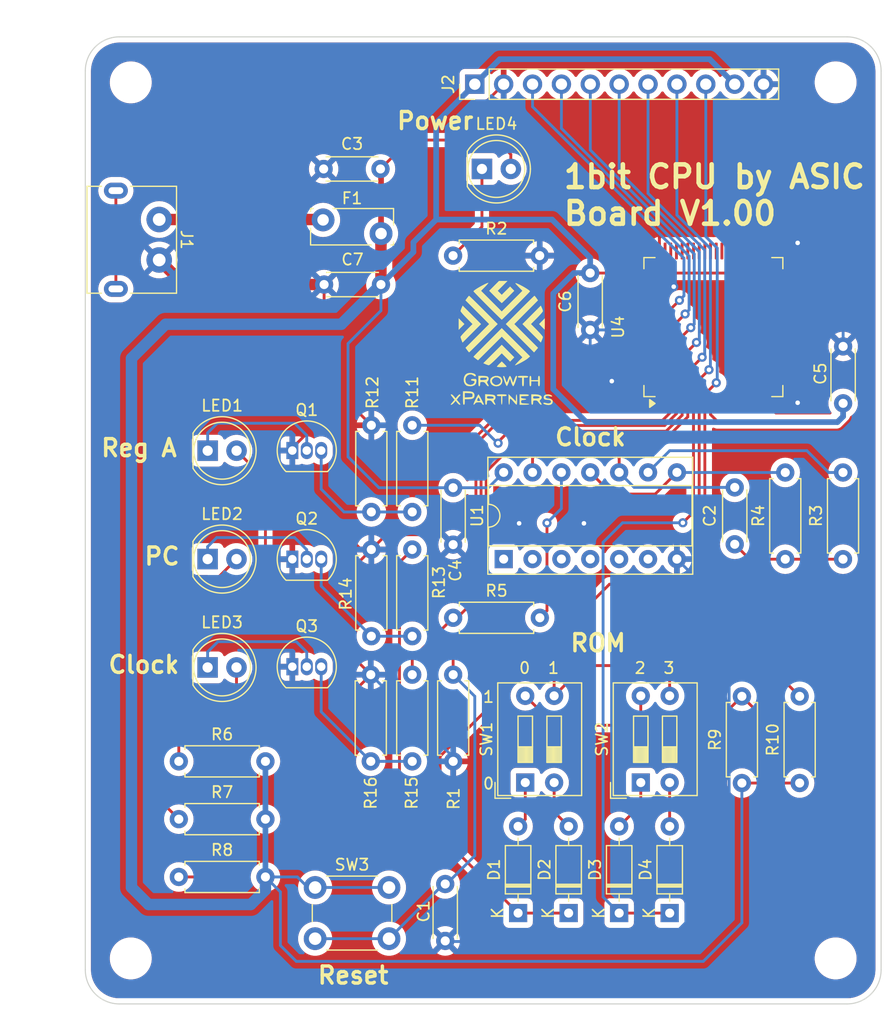
<source format=kicad_pcb>
(kicad_pcb (version 20240108) (generator "pcbnew") (generator_version "8.0")
  (layers (0 "F.Cu" signal) (31 "B.Cu" signal) (34 "B.Paste" user) (35 "F.Paste" user) (36 "B.SilkS" user "B.Silkscreen") (37 "F.SilkS" user "F.Silkscreen") (38 "B.Mask" user) (39 "F.Mask" user) (44 "Edge.Cuts" user))
  (net 0 "")
  (net 1 "Net-(J2-Pin_4)")
  (net 2 "GND")
  (net 3 "Net-(C2-Pad1)")
  (net 4 "Net-(C2-Pad2)")
  (net 5 "+5V")
  (net 6 "Net-(D1-K)")
  (net 7 "Net-(D1-A)")
  (net 8 "Net-(D2-A)")
  (net 9 "Net-(D3-K)")
  (net 10 "Net-(D3-A)")
  (net 11 "Net-(D4-A)")
  (net 12 "Net-(LED1-A)")
  (net 13 "Net-(LED2-A)")
  (net 14 "Net-(LED3-A)")
  (net 15 "Net-(LED4-K)")
  (net 16 "Net-(R3-Pad2)")
  (net 17 "Net-(R4-Pad2)")
  (net 18 "Net-(R5-Pad2)")
  (net 19 "Net-(LED1-K)")
  (net 20 "Net-(LED2-K)")
  (net 21 "Net-(LED3-K)")
  (net 22 "Net-(Q1-B)")
  (net 23 "Net-(F1-Pad1)")
  (net 24 "unconnected-(J1-SHIELD-PadS1)")
  (net 25 "Net-(Q2-B)")
  (net 26 "Net-(Q3-B)")
  (net 27 "Net-(J2-Pin_3)")
  (net 28 "Net-(J2-Pin_9)")
  (net 29 "Net-(J2-Pin_8)")
  (net 30 "Net-(J2-Pin_5)")
  (footprint "Package_DIP:DIP-14_W7.62mm_Socket" (layer "F.Cu") (at 142.24 104.14 90)
    (property "Reference" "U1")
    (property "Value" "74HC04")
  )
  (footprint "LOGO" (layer "F.Cu") (at 141.8 85)
    (property "Reference" "G***" (hide yes))
    (property "Value" "LOGO" (hide yes))
  )
  (footprint "LED_THT:LED_D5.0mm" (layer "F.Cu") (at 116.2 113.665)
    (property "Reference" "LED3")
    (property "Value" "LED" (hide yes))
  )
  (footprint "Package_TO_SOT_THT:TO-92_Inline" (layer "F.Cu") (at 123.65 113.6)
    (property "Reference" "Q3")
    (property "Value" "2SC1815")
  )
  (footprint "Resistor_THT:R_Axial_DIN0207_L6.3mm_D2.5mm_P7.62mm_Horizontal" (layer "F.Cu") (at 167.01 104.15 90)
    (property "Reference" "R4")
    (property "Value" "47k")
  )
  (footprint "Capacitor_THT:C_Disc_D4.3mm_W1.9mm_P5.00mm" (layer "F.Cu") (at 126.445 80.01)
    (property "Reference" "C7")
    (property "Value" "0.1u")
  )
  (footprint "Resistor_THT:R_Axial_DIN0207_L6.3mm_D2.5mm_P7.62mm_Horizontal" (layer "F.Cu") (at 134.2 114.3 -90)
    (property "Reference" "R15")
    (property "Value" "20k")
  )
  (footprint "Package_TO_SOT_THT:TO-92_Inline" (layer "F.Cu") (at 123.65 94.6)
    (property "Reference" "Q1")
    (property "Value" "2SC1815")
  )
  (footprint "MountingHole:MountingHole_3.2mm_M3" (layer "F.Cu") (at 171.44 62.24)
    (property "Reference" "H2" (hide yes))
    (property "Value" "MountingHole")
  )
  (footprint "Package_QFP:LQFP-80_12x12mm_P0.5mm" (layer "F.Cu") (at 160.6875 83.75 90)
    (property "Reference" "U4")
    (property "Value" "PTC06-1")
  )
  (footprint "Diode_THT:D_DO-35_SOD27_P7.62mm_Horizontal" (layer "F.Cu") (at 152.4 135.255 90)
    (property "Reference" "D3")
    (property "Value" "1N4148")
  )
  (footprint "LED_THT:LED_D5.0mm" (layer "F.Cu") (at 140.33 69.85)
    (property "Reference" "LED4")
    (property "Value" "LED" (hide yes))
  )
  (footprint "Capacitor_THT:C_Disc_D4.3mm_W1.9mm_P5.00mm" (layer "F.Cu") (at 172.1 85.45 -90)
    (property "Reference" "C5")
    (property "Value" "0.1u")
  )
  (footprint "Resistor_THT:R_Axial_DIN0207_L6.3mm_D2.5mm_P7.62mm_Horizontal" (layer "F.Cu") (at 172.09 104.15 90)
    (property "Reference" "R3")
    (property "Value" "100k")
  )
  (footprint "Diode_THT:D_DO-35_SOD27_P7.62mm_Horizontal" (layer "F.Cu") (at 156.845 135.255 90)
    (property "Reference" "D4")
    (property "Value" "1N4148")
  )
  (footprint "LED_THT:LED_D5.0mm" (layer "F.Cu") (at 116.205 94.615)
    (property "Reference" "LED1")
    (property "Value" "LED" (hide yes))
  )
  (footprint "Resistor_THT:R_Axial_DIN0207_L6.3mm_D2.5mm_P7.62mm_Horizontal" (layer "F.Cu") (at 163.195 123.825 90)
    (property "Reference" "R9")
    (property "Value" "10k")
  )
  (footprint "Resistor_THT:R_Axial_DIN0207_L6.3mm_D2.5mm_P7.62mm_Horizontal" (layer "F.Cu") (at 113.665 132.08)
    (property "Reference" "R8")
    (property "Value" "1k")
  )
  (footprint "Button_Switch_THT:SW_DIP_SPSTx02_Slide_9.78x7.26mm_W7.62mm_P2.54mm" (layer "F.Cu") (at 144.14 123.7825 90)
    (property "Reference" "SW1")
    (property "Value" "SW" (hide yes))
  )
  (footprint "MountingHole:MountingHole_3.2mm_M3" (layer "F.Cu") (at 109.44 62.24)
    (property "Reference" "H1" (hide yes))
    (property "Value" "MountingHole")
  )
  (footprint "Button_Switch_THT:SW_DIP_SPSTx02_Slide_9.78x7.26mm_W7.62mm_P2.54mm" (layer "F.Cu") (at 154.3 123.7825 90)
    (property "Reference" "SW2")
    (property "Value" "SW" (hide yes))
  )
  (footprint "Diode_THT:D_DO-35_SOD27_P7.62mm_Horizontal" (layer "F.Cu") (at 147.955 135.255 90)
    (property "Reference" "D2")
    (property "Value" "1N4148")
  )
  (footprint "Resistor_THT:R_Axial_DIN0207_L6.3mm_D2.5mm_P7.62mm_Horizontal" (layer "F.Cu") (at 137.8 114.3 -90)
    (property "Reference" "R1")
    (property "Value" "10k")
  )
  (footprint "LED_THT:LED_D5.0mm" (layer "F.Cu") (at 116.2 104.14)
    (property "Reference" "LED2")
    (property "Value" "LED" (hide yes))
  )
  (footprint "Capacitor_THT:C_Disc_D4.3mm_W1.9mm_P5.00mm" (layer "F.Cu") (at 137.795 102.87 90)
    (property "Reference" "C4")
    (property "Value" "0.1u")
  )
  (footprint "Resistor_THT:R_Axial_DIN0207_L6.3mm_D2.5mm_P7.62mm_Horizontal" (layer "F.Cu") (at 137.8 109.3)
    (property "Reference" "R5")
    (property "Value" "10k")
  )
  (footprint "Resistor_THT:R_Axial_DIN0207_L6.3mm_D2.5mm_P7.62mm_Horizontal" (layer "F.Cu") (at 113.665 127)
    (property "Reference" "R7")
    (property "Value" "1k")
  )
  (footprint "Button_Switch_THT:SW_PUSH_6mm" (layer "F.Cu") (at 125.655 133.005)
    (property "Reference" "SW3")
    (property "Value" "SW_Push" (hide yes))
  )
  (footprint "Library:USB_C_PowerOnly" (layer "F.Cu") (at 109.527 76.073 -90)
    (property "Reference" "J1")
    (property "Value" "USB_C_Receptacle_PowerOnly_6P")
  )
  (footprint "Package_TO_SOT_THT:TO-92_Inline" (layer "F.Cu") (at 123.65 104.15)
    (property "Reference" "Q2")
    (property "Value" "2SC1815")
  )
  (footprint "Resistor_THT:R_Axial_DIN0207_L6.3mm_D2.5mm_P7.62mm_Horizontal" (layer "F.Cu") (at 130.55 121.92 90)
    (property "Reference" "R16")
    (property "Value" "10k")
  )
  (footprint "Resistor_THT:R_Axial_DIN0207_L6.3mm_D2.5mm_P7.62mm_Horizontal" (layer "F.Cu") (at 130.6 100 90)
    (property "Reference" "R12")
    (property "Value" "10k")
  )
  (footprint "MountingHole:MountingHole_3.2mm_M3" (layer "F.Cu") (at 109.44 139.24)
    (property "Reference" "H4" (hide yes))
    (property "Value" "MountingHole")
  )
  (footprint "Capacitor_THT:C_Disc_D4.3mm_W1.9mm_P5.00mm" (layer "F.Cu") (at 162.565 102.84 90)
    (property "Reference" "C2")
    (property "Value" "10u")
  )
  (footprint "Resistor_THT:R_Axial_DIN0207_L6.3mm_D2.5mm_P7.62mm_Horizontal" (layer "F.Cu") (at 130.6 110.92 90)
    (property "Reference" "R14")
    (property "Value" "10k")
  )
  (footprint "Capacitor_THT:C_Disc_D4.3mm_W1.9mm_P5.00mm" (layer "F.Cu") (at 137.1 137.7 90)
    (property "Reference" "C1")
    (property "Value" "0.1u")
  )
  (footprint "Fuse:Fuse_Bourns_MF-RG300" (layer "F.Cu") (at 126.355 74.33)
    (property "Reference" "F1")
    (property "Value" "100mA")
  )
  (footprint "Capacitor_THT:C_Disc_D4.3mm_W1.9mm_P5.00mm" (layer "F.Cu") (at 126.405 69.85)
    (property "Reference" "C3")
    (property "Value" "10u")
  )
  (footprint "Capacitor_THT:C_Disc_D4.3mm_W1.9mm_P5.00mm" (layer "F.Cu") (at 149.85 84 90)
    (property "Reference" "C6")
    (property "Value" "0.1u")
  )
  (footprint "Diode_THT:D_DO-35_SOD27_P7.62mm_Horizontal" (layer "F.Cu") (at 143.51 135.255 90)
    (property "Reference" "D1")
    (property "Value" "1N4148")
  )
  (footprint "Connector_PinHeader_2.54mm:PinHeader_1x11_P2.54mm_Vertical" (layer "F.Cu") (at 139.7 62.4 90)
    (property "Reference" "J2")
    (property "Value" "Conn_01x11")
  )
  (footprint "Resistor_THT:R_Axial_DIN0207_L6.3mm_D2.5mm_P7.62mm_Horizontal" (layer "F.Cu") (at 168.275 123.825 90)
    (property "Reference" "R10")
    (property "Value" "10k")
  )
  (footprint "Resistor_THT:R_Axial_DIN0207_L6.3mm_D2.5mm_P7.62mm_Horizontal" (layer "F.Cu") (at 137.79 77.47)
    (property "Reference" "R2")
    (property "Value" "1k")
  )
  (footprint "Resistor_THT:R_Axial_DIN0207_L6.3mm_D2.5mm_P7.62mm_Horizontal" (layer "F.Cu") (at 134.2 92.38 -90)
    (property "Reference" "R11")
    (property "Value" "20k")
  )
  (footprint "Resistor_THT:R_Axial_DIN0207_L6.3mm_D2.5mm_P7.62mm_Horizontal" (layer "F.Cu") (at 113.665 121.92)
    (property "Reference" "R6")
    (property "Value" "1k")
  )
  (footprint "MountingHole:MountingHole_3.2mm_M3" (layer "F.Cu") (at 171.44 139.24)
    (property "Reference" "H3" (hide yes))
    (property "Value" "MountingHole")
  )
  (footprint "Resistor_THT:R_Axial_DIN0207_L6.3mm_D2.5mm_P7.62mm_Horizontal" (layer "F.Cu") (at 134.2 103.3 -90)
    (property "Reference" "R13")
    (property "Value" "20k")
  )
  (gr_arc (start 105.44 61.24) (mid 106.31868 59.11868) (end 108.44 58.24) (stroke (width 0.1)) (layer "Edge.Cuts"))
  (gr_line (start 105.44 140.24) (end 105.44 61.24) (stroke (width 0.1)) (layer "Edge.Cuts"))
  (gr_line (start 172.44 143.24) (end 108.44 143.24) (stroke (width 0.1)) (layer "Edge.Cuts"))
  (gr_arc (start 172.44 58.24) (mid 174.56132 59.11868) (end 175.44 61.24) (stroke (width 0.1)) (layer "Edge.Cuts"))
  (gr_arc (start 175.44 140.24) (mid 174.56132 142.36132) (end 172.44 143.24) (stroke (width 0.1)) (layer "Edge.Cuts"))
  (gr_arc (start 108.44 143.24) (mid 106.31868 142.36132) (end 105.44 140.24) (stroke (width 0.1)) (layer "Edge.Cuts"))
  (gr_line (start 175.44 61.24) (end 175.44 140.24) (stroke (width 0.1)) (layer "Edge.Cuts"))
  (gr_line (start 108.44 58.24) (end 172.44 58.24) (stroke (width 0.1)) (layer "Edge.Cuts"))
  (gr_text "0" (at 140.335 124.46 0) (layer "F.SilkS") (effects (font (size 1 1)) (justify left bottom)))
  (gr_text "3" (at 156.21 114.3 0) (layer "F.SilkS") (effects (font (size 1 1)) (justify left bottom)))
  (gr_text "Clock" (at 107.315 114.3 0) (layer "F.SilkS") (effects (font (size 1.5 1.5) (thickness 0.3) (bold yes)) (justify left bottom)))
  (gr_text "Reg A" (at 106.68 95.25 0) (layer "F.SilkS") (effects (font (size 1.5 1.5) (thickness 0.3) (bold yes)) (justify left bottom)))
  (gr_text "Reset" (at 125.73 141.605 0) (layer "F.SilkS") (effects (font (size 1.5 1.5) (thickness 0.3) (bold yes)) (justify left bottom)))
  (gr_text "1" (at 146.05 114.3 0) (layer "F.SilkS") (effects (font (size 1 1)) (justify left bottom)))
  (gr_text "ROM" (at 147.955 112.395 0) (layer "F.SilkS") (effects (font (size 1.5 1.5) (thickness 0.3) (bold yes)) (justify left bottom)))
  (gr_text "1" (at 140.335 116.84 0) (layer "F.SilkS") (effects (font (size 1 1)) (justify left bottom)))
  (gr_text "1bit CPU by ASIC\nBoard V1.00" (at 147.32 74.93 0) (layer "F.SilkS") (effects (font (size 2 2) (thickness 0.4) (bold yes)) (justify left bottom)))
  (gr_text "Power" (at 132.7 66.5 0) (layer "F.SilkS") (effects (font (size 1.5 1.5) (thickness 0.3) (bold yes)) (justify left bottom)))
  (gr_text "2" (at 153.67 114.3 0) (layer "F.SilkS") (effects (font (size 1 1)) (justify left bottom)))
  (gr_text "0" (at 143.51 114.3 0) (layer "F.SilkS") (effects (font (size 1 1)) (justify left bottom)))
  (gr_text "Clock" (at 146.6 94.3 0) (layer "F.SilkS") (effects (font (size 1.5 1.5) (thickness 0.3) (bold yes)) (justify left bottom)))
  (gr_text "PC" (at 110.49 104.775 0) (layer "F.SilkS") (effects (font (size 1.5 1.5) (thickness 0.3) (bold yes)) (justify left bottom)))
  (segment (start 131.705 137.505) (end 132.155 137.505) (width 0.25) (layer "F.Cu") (net 1))
  (segment (start 157.4375 91.361136) (end 156.398636 92.4) (width 0.25) (layer "F.Cu") (net 1))
  (segment (start 157.4375 83.3625) (end 157.4375 90.4375) (width 0.25) (layer "F.Cu") (net 1))
  (segment (start 137.795 112.255) (end 137.795 114.3) (width 0.25) (layer "F.Cu") (net 1))
  (segment (start 156.398636 92.4) (end 141.436396 92.4) (width 0.25) (layer "F.Cu") (net 1))
  (segment (start 141.436396 92.4) (end 140.25 93.586396) (width 0.25) (layer "F.Cu") (net 1))
  (segment (start 157.4375 90.4375) (end 157.4375 91.361136) (width 0.25) (layer "F.Cu") (net 1))
  (segment (start 140.25 93.586396) (end 140.25 109.8) (width 0.25) (layer "F.Cu") (net 1))
  (segment (start 158.2 82.6) (end 157.4375 83.3625) (width 0.25) (layer "F.Cu") (net 1))
  (segment (start 136.91 133.005) (end 137.16 132.755) (width 0.25) (layer "F.Cu") (net 1))
  (segment (start 140.25 109.8) (end 137.795 112.255) (width 0.25) (layer "F.Cu") (net 1))
  (via (at 158.2 82.6) (size 0.8) (drill 0.4) (layers "F.Cu" "B.Cu") (net 1))
  (segment (start 139.7 116.205) (end 137.795 114.3) (width 0.25) (layer "B.Cu") (net 1))
  (segment (start 147.32 66.283604) (end 147.32 62.4) (width 0.25) (layer "B.Cu") (net 1))
  (segment (start 125.655 137.505) (end 132.155 137.505) (width 0.25) (layer "B.Cu") (net 1))
  (segment (start 158.55 77.513604) (end 147.32 66.283604) (width 0.25) (layer "B.Cu") (net 1))
  (segment (start 132.155 137.505) (end 136.96 132.7) (width 0.25) (layer "B.Cu") (net 1))
  (segment (start 158.55 82.25) (end 158.55 77.513604) (width 0.25) (layer "B.Cu") (net 1))
  (segment (start 158.2 82.6) (end 158.55 82.25) (width 0.25) (layer "B.Cu") (net 1))
  (segment (start 137.16 132.755) (end 139.7 130.215) (width 0.25) (layer "B.Cu") (net 1))
  (segment (start 139.7 130.215) (end 139.7 116.205) (width 0.25) (layer "B.Cu") (net 1))
  (segment (start 136.96 132.7) (end 137.1 132.7) (width 0.25) (layer "B.Cu") (net 1))
  (segment (start 138.74 65.9) (end 130.355 65.9) (width 0.25) (layer "F.Cu") (net 2))
  (segment (start 123.65 94.6) (end 123.65 94.375) (width 0.25) (layer "F.Cu") (net 2))
  (segment (start 165.4375 77.0625) (end 166.15 76.35) (width 0.25) (layer "F.Cu") (net 2))
  (segment (start 129 102.6) (end 129.7 103.3) (width 0.25) (layer "F.Cu") (net 2))
  (segment (start 154 88.5) (end 151.75 88.5) (width 0.25) (layer "F.Cu") (net 2))
  (segment (start 114.099 80.01) (end 111.94 77.851) (width 1) (layer "F.Cu") (net 2))
  (segment (start 134.1 134.7) (end 137.1 137.7) (width 0.25) (layer "F.Cu") (net 2))
  (segment (start 128.27 71.715) (end 128.27 78.185) (width 0.25) (layer "F.Cu") (net 2))
  (segment (start 128.95 125.45) (end 134.1 130.6) (width 0.25) (layer "F.Cu") (net 2))
  (segment (start 167.45 75.7) (end 168.1 76.35) (width 0.25) (layer "F.Cu") (net 2))
  (segment (start 130.6 103.3) (end 131.9 102) (width 0.25) (layer "F.Cu") (net 2))
  (segment (start 136.925 102) (end 137.795 102.87) (width 0.25) (layer "F.Cu") (net 2))
  (segment (start 129.05 104.85) (end 129.05 112.8) (width 0.25) (layer "F.Cu") (net 2))
  (segment (start 126.405 69.85) (end 128.27 71.715) (width 0.25) (layer "F.Cu") (net 2))
  (segment (start 134.1 130.6) (end 134.1 134.7) (width 0.25) (layer "F.Cu") (net 2))
  (segment (start 130.355 65.9) (end 126.405 69.85) (width 0.25) (layer "F.Cu") (net 2))
  (segment (start 125.645 92.38) (end 130.6 92.38) (width 0.25) (layer "F.Cu") (net 2))
  (segment (start 167.375 89.675) (end 168.1 90.4) (width 0.25) (layer "F.Cu") (net 2))
  (segment (start 130.6 103.3) (end 129.05 104.85) (width 0.25) (layer "F.Cu") (net 2))
  (segment (start 128.95 115.9) (end 128.95 125.45) (width 0.25) (layer "F.Cu") (net 2))
  (segment (start 129 97.3) (end 129 102.6) (width 0.25) (layer "F.Cu") (net 2))
  (segment (start 128.27 78.185) (end 126.445 80.01) (width 0.25) (layer "F.Cu") (net 2))
  (segment (start 130.6 92.38) (end 130.6 95.7) (width 0.25) (layer "F.Cu") (net 2))
  (segment (start 164.9375 77.0625) (end 165.4375 77.0625) (width 0.25) (layer "F.Cu") (net 2))
  (segment (start 130.6 95.7) (end 129 97.3) (width 0.25) (layer "F.Cu") (net 2))
  (segment (start 126.445 80.01) (end 114.099 80.01) (width 1) (layer "F.Cu") (net 2))
  (segment (start 123.65 104.15) (end 123.65 113.6) (width 0.25) (layer "F.Cu") (net 2))
  (segment (start 131.9 102) (end 136.925 102) (width 0.25) (layer "F.Cu") (net 2))
  (segment (start 126.445 80.01) (end 126.445 88.225) (width 0.25) (layer "F.Cu") (net 2))
  (segment (start 136.91 137.505) (end 137.16 137.755) (width 0.25) (layer "F.Cu") (net 2))
  (segment (start 167.375 88.5) (end 167.375 89.675) (width 0.25) (layer "F.Cu") (net 2))
  (segment (start 126.445 88.225) (end 130.6 92.38) (width 0.25) (layer "F.Cu") (net 2))
  (segment (start 129.7 103.3) (end 130.6 103.3) (width 0.25) (layer "F.Cu") (net 2))
  (segment (start 130.55 114.3) (end 128.95 115.9) (width 0.25) (layer "F.Cu") (net 2))
  (segment (start 157.2 80.2) (end 156.4375 80.9625) (width 0.25) (layer "F.Cu") (net 2))
  (segment (start 156.4375 80.9625) (end 156.4375 90.4375) (width 0.25) (layer "F.Cu") (net 2))
  (segment (start 123.65 94.6) (end 123.65 104.15) (width 0.25) (layer "F.Cu") (net 2))
  (segment (start 155.9375 77.0625) (end 155.9375 75.9125) (width 0.25) (layer "F.Cu") (net 2))
  (segment (start 166.15 76.35) (end 168.1 76.35) (width 0.25) (layer "F.Cu") (net 2))
  (segment (start 156.15 75.7) (end 167.45 75.7) (width 0.25) (layer "F.Cu") (net 2))
  (segment (start 129.05 112.8) (end 130.55 114.3) (width 0.25) (layer "F.Cu") (net 2))
  (segment (start 123.65 94.375) (end 125.645 92.38) (width 0.25) (layer "F.Cu") (net 2))
  (segment (start 142.24 62.4) (end 138.74 65.9) (width 0.25) (layer "F.Cu") (net 2))
  (segment (start 155.9375 75.9125) (end 156.15 75.7) (width 0.25) (layer "F.Cu") (net 2))
  (segment (start 167.375 88) (end 167.375 88.5) (width 0.25) (layer "F.Cu") (net 2))
  (via (at 149.3 101) (size 0.8) (drill 0.4) (layers "F.Cu" "B.Cu") (net 2))
  (via (at 168.1 76.35) (size 0.8) (drill 0.4) (layers "F.Cu" "B.Cu") (net 2))
  (via (at 151.75 88.5) (size 0.8) (drill 0.4) (layers "F.Cu" "B.Cu") (net 2))
  (via (at 168.1 90.4) (size 0.8) (drill 0.4) (layers "F.Cu" "B.Cu") (net 2))
  (via (at 143.6 101) (size 0.8) (drill 0.4) (layers "F.Cu" "B.Cu") (net 2))
  (via (at 157.2 80.2) (size 0.8) (drill 0.4) (layers "F.Cu" "B.Cu") (net 2))
  (segment (start 168.1 89.45) (end 172.1 85.45) (width 0.25) (layer "B.Cu") (net 2))
  (segment (start 151.75 88.5) (end 149.85 86.6) (width 0.25) (layer "B.Cu") (net 2))
  (segment (start 137.8 121.55) (end 137.8 121.92) (width 0.25) (layer "B.Cu") (net 2))
  (segment (start 168.1 76.35) (end 168.1 70.7) (width 0.25) (layer "B.Cu") (net 2))
  (segment (start 156.55 80.2) (end 152.75 84) (width 0.25) (layer "B.Cu") (net 2))
  (segment (start 157.2 80.2) (end 156.55 80.2) (width 0.25) (layer "B.Cu") (net 2))
  (segment (start 162.07 132.28) (end 156.595 137.755) (width 0.25) (layer "B.Cu") (net 2))
  (segment (start 152.75 84) (end 149.85 84) (width 0.25) (layer "B.Cu") (net 2))
  (segment (start 168.1 70.7) (end 165.1 67.7) (width 0.25) (layer "B.Cu") (net 2))
  (segment (start 168.1 76.35) (end 172.1 80.35) (width 0.25) (layer "B.Cu") (net 2))
  (segment (start 168.1 90.4) (end 168.1 89.45) (width 0.25) (layer "B.Cu") (net 2))
  (segment (start 156.595 137.755) (end 137.16 137.755) (width 0.25) (layer "B.Cu") (net 2))
  (segment (start 130.55 114.3) (end 137.8 121.55) (width 0.25) (layer "B.Cu") (net 2))
  (segment (start 162.07 108.73) (end 162.07 132.28) (width 0.25) (layer "B.Cu") (net 2))
  (segment (start 172.1 80.35) (end 172.1 85.45) (width 0.25) (layer "B.Cu") (net 2))
  (segment (start 165.1 67.7) (end 165.1 62.4) (width 0.25) (layer "B.Cu") (net 2))
  (segment (start 157.48 104.14) (end 162.07 108.73) (width 0.25) (layer "B.Cu") (net 2))
  (segment (start 149.85 86.6) (end 149.85 84) (width 0.25) (layer "B.Cu") (net 2))
  (segment (start 167.01 104.15) (end 163.875 104.15) (width 0.25) (layer "F.Cu") (net 3))
  (segment (start 172.09 104.15) (end 167.01 104.15) (width 0.25) (layer "F.Cu") (net 3))
  (segment (start 163.875 104.15) (end 162.565 102.84) (width 0.25) (layer "F.Cu") (net 3))
  (segment (start 144.78 96.52) (end 144.78 95.25) (width 0.25) (layer "F.Cu") (net 4))
  (segment (start 144.78 95.25) (end 146.05 93.98) (width 0.25) (layer "F.Cu") (net 4))
  (segment (start 151.13 93.98) (end 152.4 95.25) (width 0.25) (layer "F.Cu") (net 4))
  (segment (start 152.4 95.25) (end 152.4 96.52) (width 0.25) (layer "F.Cu") (net 4))
  (segment (start 146.05 93.98) (end 151.13 93.98) (width 0.25) (layer "F.Cu") (net 4))
  (segment (start 153.72 97.84) (end 152.4 96.52) (width 0.25) (layer "B.Cu") (net 4))
  (segment (start 162.565 97.84) (end 153.72 97.84) (width 0.25) (layer "B.Cu") (net 4))
  (segment (start 171.5 92.05) (end 172.1 91.45) (width 0.25) (layer "F.Cu") (net 5))
  (segment (start 131.405 69.85) (end 131.405 69.905) (width 0.25) (layer "F.Cu") (net 5))
  (segment (start 131.455 75.53) (end 131.455 76.455) (width 0.25) (layer "F.Cu") (net 5))
  (segment (start 160.4375 91.4375) (end 161.05 92.05) (width 0.25) (layer "F.Cu") (net 5))
  (segment (start 154 79) (end 149.85 79) (width 0.25) (layer "F.Cu") (net 5))
  (segment (start 133.945 67.31) (end 141.605 67.31) (width 0.25) (layer "F.Cu") (net 5))
  (segment (start 165.4375 90.4375) (end 165.4375 79.0125) (width 0.25) (layer "F.Cu") (net 5))
  (segment (start 161.05 92.05) (end 171.5 92.05) (width 0.25) (layer "F.Cu") (net 5))
  (segment (start 141.605 67.31) (end 142.87 68.575) (width 0.25) (layer "F.Cu") (net 5))
  (segment (start 131.405 79.97) (end 131.445 80.01) (width 0.25) (layer "F.Cu") (net 5))
  (segment (start 131.455 69.955) (end 131.455 75.53) (width 0.5) (layer "F.Cu") (net 5))
  (segment (start 163.195 123.825) (end 168.275 123.825) (width 0.25) (layer "F.Cu") (net 5))
  (segment (start 154 79) (end 155.9 79) (width 0.25) (layer "F.Cu") (net 5))
  (segment (start 131.405 69.905) (end 131.455 69.955) (width 0.25) (layer "F.Cu") (net 5))
  (segment (start 131.445 76.465) (end 131.445 76.477845) (width 1) (layer "F.Cu") (net 5))
  (segment (start 172.1 91.45) (end 172.1 90.45) (width 0.25) (layer "F.Cu") (net 5))
  (segment (start 131.455 76.455) (end 131.445 76.465) (width 0.25) (layer "F.Cu") (net 5))
  (segment (start 160.4375 90.4375) (end 160.4375 91.4375) (width 0.25) (layer "F.Cu") (net 5))
  (segment (start 142.87 68.575) (end 142.87 69.85) (width 0.25) (layer "F.Cu") (net 5))
  (segment (start 165.4375 79.0125) (end 165.45 79) (width 0.25) (layer "F.Cu") (net 5))
  (segment (start 155.9375 90.4375) (end 155.9375 79.0375) (width 0.25) (layer "F.Cu") (net 5))
  (segment (start 131.405 69.85) (end 133.945 67.31) (width 0.25) (layer "F.Cu") (net 5))
  (segment (start 131.445 76.477845) (end 131.445 80.01) (width 1) (layer "F.Cu") (net 5))
  (segment (start 155.9375 79.0375) (end 155.9 79) (width 0.25) (layer "F.Cu") (net 5))
  (segment (start 165.45 79) (end 167.375 79) (width 0.25) (layer "F.Cu") (net 5))
  (segment (start 155.9 79) (end 165.45 79) (width 0.25) (layer "F.Cu") (net 5))
  (segment (start 136.3 74.3) (end 146.5 74.3) (width 0.5) (layer "B.Cu") (net 5))
  (segment (start 131.445 80.01) (end 134.3 77.155) (width 0.5) (layer "B.Cu") (net 5))
  (segment (start 127.955 83.5) (end 131.445 80.01) (width 1) (layer "B.Cu") (net 5))
  (segment (start 134.3 76.3) (end 136.3 74.3) (width 0.5) (layer "B.Cu") (net 5))
  (segment (start 146.6 80.8) (end 146.6 89.2) (width 0.5) (layer "B.Cu") (net 5))
  (segment (start 136.3 74.3) (end 136.3 65.8) (width 0.5) (layer "B.Cu") (net 5))
  (segment (start 160.36 60.2) (end 162.56 62.4) (width 0.5) (layer "B.Cu") (net 5))
  (segment (start 146.6 89.2) (end 149.5 92.1) (width 0.5) (layer "B.Cu") (net 5))
  (segment (start 121.285 132.08) (end 124.093604 132.08) (width 0.25) (layer "B.Cu") (net 5))
  (segment (start 109.5 86.5) (end 112.5 83.5) (width 1) (layer "B.Cu") (net 5))
  (segment (start 121.285 133.215) (end 120 134.5) (width 1) (layer "B.Cu") (net 5))
  (segment (start 149.85 79) (end 148.4 79) (width 0.5) (layer "B.Cu") (net 5))
  (segment (start 122.6 138.1) (end 124 139.5) (width 0.25) (layer "B.Cu") (net 5))
  (segment (start 112.5 83.5) (end 127.955 83.5) (width 1) (layer "B.Cu") (net 5))
  (segment (start 159.8 139.5) (end 163.195 136.105) (width 0.25) (layer "B.Cu") (net 5))
  (segment (start 146.5 74.3) (end 149.85 77.65) (width 0.5) (layer "B.Cu") (net 5))
  (segment (start 120 134.5) (end 111 134.5) (width 1) (layer "B.Cu") (net 5))
  (segment (start 121.285 132.08) (end 122.6 133.395) (width 0.25) (layer "B.Cu") (net 5))
  (segment (start 109.5 133) (end 109.5 86.5) (width 1) (layer "B.Cu") (net 5))
  (segment (start 124 139.5) (end 159.8 139.5) (width 0.25) (layer "B.Cu") (net 5))
  (segment (start 136.3 65.8) (end 139.7 62.4) (width 0.5) (layer "B.Cu") (net 5))
  (segment (start 122.6 133.395) (end 122.6 138.1) (width 0.25) (layer "B.Cu") (net 5))
  (segment (start 128.55 95.15) (end 131.27 97.87) (width 0.25) (layer "B.Cu") (net 5))
  (segment (start 131.445 82.305) (end 128.55 85.2) (width 0.25) (layer "B.Cu") (net 5))
  (segment (start 134.3 77.155) (end 134.3 76.3) (width 0.5) (layer "B.Cu") (net 5))
  (segment (start 163.195 136.105) (end 163.195 123.825) (width 0.25) (layer "B.Cu") (net 5))
  (segment (start 125.655 133.005) (end 132.155 133.005) (width 0.25) (layer "B.Cu") (net 5))
  (segment (start 121.285 121.92) (end 121.285 127) (width 0.5) (layer "B.Cu") (net 5))
  (segment (start 140.89 97.87) (end 142.24 96.52) (width 0.25) (layer "B.Cu") (net 5))
  (segment (start 131.27 97.87) (end 137.795 97.87) (width 0.25) (layer "B.Cu") (net 5))
  (segment (start 128.55 85.2) (end 128.55 95.15) (width 0.25) (layer "B.Cu") (net 5))
  (segment (start 137.795 97.87) (end 140.89 97.87) (width 0.25) (layer "B.Cu") (net 5))
  (segment (start 121.285 127) (end 121.285 132.08) (width 0.5) (layer "B.Cu") (net 5))
  (segment (start 111 134.5) (end 109.5 133) (width 1) (layer "B.Cu") (net 5))
  (segment (start 139.7 62.4) (end 141.9 60.2) (width 0.5) (layer "B.Cu") (net 5))
  (segment (start 141.9 60.2) (end 160.36 60.2) (width 0.5) (layer "B.Cu") (net 5))
  (segment (start 148.4 79) (end 146.6 80.8) (width 0.5) (layer "B.Cu") (net 5))
  (segment (start 124.093604 132.08) (end 125.336802 133.323198) (width 0.25) (layer "B.Cu") (net 5))
  (segment (start 172.1 91.6) (end 172.1 90.45) (width 0.5) (layer "B.Cu") (net 5))
  (segment (start 149.85 77.65) (end 149.85 79) (width 0.5) (layer "B.Cu") (net 5))
  (segment (start 171.6 92.1) (end 172.1 91.6) (width 0.5) (layer "B.Cu") (net 5))
  (segment (start 131.445 80.01) (end 131.445 82.305) (width 0.25) (layer "B.Cu") (net 5))
  (segment (start 149.5 92.1) (end 171.6 92.1) (width 0.5) (layer "B.Cu") (net 5))
  (segment (start 121.285 132.08) (end 121.285 133.215) (width 1) (layer "B.Cu") (net 5))
  (segment (start 158.4375 85.8625) (end 158.4375 90.4375) (width 0.25) (layer "F.Cu") (net 6))
  (segment (start 156.721428 93.35) (end 158.4375 91.633928) (width 0.25) (layer "F.Cu") (net 6))
  (segment (start 143.819009 93.35) (end 156.721428 93.35) (width 0.25) (layer "F.Cu") (net 6))
  (segment (start 134.2 103.3) (end 133.075 104.425) (width 0.25) (layer "F.Cu") (net 6))
  (segment (start 133.075 104.425) (end 133.075 124.82) (width 0.25) (layer "F.Cu") (net 6))
  (segment (start 133.075 124.82) (end 136.6775 128.4225) (width 0.25) (layer "F.Cu") (net 6))
  (segment (start 159.2 85.1) (end 158.4375 85.8625) (width 0.25) (layer "F.Cu") (net 6))
  (segment (start 140.7 117.424009) (end 140.7 96.469009) (width 0.25) (layer "F.Cu") (net 6))
  (segment (start 136.65 121.474009) (end 140.7 117.424009) (width 0.25) (layer "F.Cu") (net 6))
  (segment (start 136.6775 128.4225) (end 143.51 135.255) (width 0.25) (layer "F.Cu") (net 6))
  (segment (start 143.51 135.255) (end 147.955 135.255) (width 0.25) (layer "F.Cu") (net 6))
  (segment (start 136.6775 128.4225) (end 136.65 128.395) (width 0.25) (layer "F.Cu") (net 6))
  (segment (start 140.7 96.469009) (end 143.819009 93.35) (width 0.25) (layer "F.Cu") (net 6))
  (segment (start 136.65 128.395) (end 136.65 121.474009) (width 0.25) (layer "F.Cu") (net 6))
  (segment (start 158.4375 91.633928) (end 158.4375 90.4375) (width 0.25) (layer "F.Cu") (net 6))
  (via (at 159.2 85.1) (size 0.8) (drill 0.4) (layers "F.Cu" "B.Cu") (net 6))
  (segment (start 159.2 85.1) (end 159.45 84.85) (width 0.25) (layer "B.Cu") (net 6))
  (segment (start 159.45 84.85) (end 159.45 77.140812) (width 0.25) (layer "B.Cu") (net 6))
  (segment (start 152.4 70.090812) (end 152.4 62.4) (width 0.25) (layer "B.Cu") (net 6))
  (segment (start 159.45 77.140812) (end 152.4 70.090812) (width 0.25) (layer "B.Cu") (net 6))
  (segment (start 144.14 127.005) (end 143.51 127.635) (width 0.25) (layer "F.Cu") (net 7))
  (segment (start 144.14 123.7825) (end 144.14 127.005) (width 0.25) (layer "F.Cu") (net 7))
  (segment (start 146.68 123.7825) (end 146.68 126.36) (width 0.25) (layer "F.Cu") (net 8))
  (segment (start 146.68 126.36) (end 147.955 127.635) (width 0.25) (layer "F.Cu") (net 8))
  (segment (start 158.9375 90.4375) (end 158.9375 96.653491) (width 0.25) (layer "F.Cu") (net 9))
  (segment (start 152.4 135.255) (end 156.845 135.255) (width 0.25) (layer "F.Cu") (net 9))
  (segment (start 159.7 86.4) (end 158.9375 87.1625) (width 0.25) (layer "F.Cu") (net 9))
  (segment (start 158.9375 96.653491) (end 158.9375 100.0125) (width 0.25) (layer "F.Cu") (net 9))
  (segment (start 158.9375 100.0125) (end 158 100.95) (width 0.25) (layer "F.Cu") (net 9))
  (segment (start 158.9375 87.1625) (end 158.9375 90.4375) (width 0.25) (layer "F.Cu") (net 9))
  (via (at 159.7 86.4) (size 0.8) (drill 0.4) (layers "F.Cu" "B.Cu") (net 9))
  (via (at 158 100.95) (size 0.8) (drill 0.4) (layers "F.Cu" "B.Cu") (net 9))
  (segment (start 150.985 102.665) (end 150.985 133.84) (width 0.25) (layer "B.Cu") (net 9))
  (segment (start 159.925 76.979416) (end 154.94 71.994416) (width 0.25) (layer "B.Cu") (net 9))
  (segment (start 150.985 133.84) (end 152.4 135.255) (width 0.25) (layer "B.Cu") (net 9))
  (segment (start 158 100.95) (end 152.7 100.95) (width 0.25) (layer "B.Cu") (net 9))
  (segment (start 152.7 100.95) (end 150.985 102.665) (width 0.25) (layer "B.Cu") (net 9))
  (segment (start 154.94 71.994416) (end 154.94 62.4) (width 0.25) (layer "B.Cu") (net 9))
  (segment (start 159.925 86.175) (end 159.925 76.979416) (width 0.25) (layer "B.Cu") (net 9))
  (segment (start 159.7 86.4) (end 159.925 86.175) (width 0.25) (layer "B.Cu") (net 9))
  (segment (start 154.3 125.735) (end 152.4 127.635) (width 0.25) (layer "F.Cu") (net 10))
  (segment (start 154.3 123.7825) (end 154.3 125.735) (width 0.25) (layer "F.Cu") (net 10))
  (segment (start 156.84 123.7825) (end 156.84 127.63) (width 0.25) (layer "F.Cu") (net 11))
  (segment (start 156.84 127.63) (end 156.845 127.635) (width 0.25) (layer "F.Cu") (net 11))
  (segment (start 121.285 104.775) (end 113.665 112.395) (width 0.25) (layer "F.Cu") (net 12))
  (segment (start 118.745 94.615) (end 121.285 97.155) (width 0.25) (layer "F.Cu") (net 12))
  (segment (start 121.285 97.155) (end 121.285 104.775) (width 0.25) (layer "F.Cu") (net 12))
  (segment (start 113.665 112.395) (end 113.665 121.92) (width 0.25) (layer "F.Cu") (net 12))
  (segment (start 118.74 104.14) (end 111.76 111.12) (width 0.25) (layer "F.Cu") (net 13))
  (segment (start 111.76 111.12) (end 111.76 125.095) (width 0.25) (layer "F.Cu") (net 13))
  (segment (start 111.76 125.095) (end 113.665 127) (width 0.25) (layer "F.Cu") (net 13))
  (segment (start 117.475 132.08) (end 113.665 132.08) (width 0.25) (layer "F.Cu") (net 14))
  (segment (start 118.74 113.665) (end 118.74 130.815) (width 0.25) (layer "F.Cu") (net 14))
  (segment (start 118.74 130.815) (end 117.475 132.08) (width 0.25) (layer "F.Cu") (net 14))
  (segment (start 140.33 74.93) (end 137.79 77.47) (width 0.25) (layer "F.Cu") (net 15))
  (segment (start 140.33 69.85) (end 140.33 74.93) (width 0.25) (layer "F.Cu") (net 15))
  (segment (start 172.09 96.53) (end 170.825 96.53) (width 0.25) (layer "B.Cu") (net 16))
  (segment (start 156.845 94.615) (end 154.94 96.52) (width 0.25) (layer "B.Cu") (net 16))
  (segment (start 170.825 96.53) (end 168.91 94.615) (width 0.25) (layer "B.Cu") (net 16))
  (segment (start 168.91 94.615) (end 156.845 94.615) (width 0.25) (layer "B.Cu") (net 16))
  (segment (start 157.48 96.52) (end 155.575 98.425) (width 0.25) (layer "F.Cu") (net 17))
  (segment (start 151.765 98.425) (end 149.86 96.52) (width 0.25) (layer "F.Cu") (net 17))
  (segment (start 155.575 98.425) (end 151.765 98.425) (width 0.25) (layer "F.Cu") (net 17))
  (segment (start 157.49 96.53) (end 157.48 96.52) (width 0.25) (layer "B.Cu") (net 17))
  (segment (start 167.01 96.53) (end 157.49 96.53) (width 0.25) (layer "B.Cu") (net 17))
  (segment (start 146.05 100.965) (end 146.05 108.67) (width 0.25) (layer "F.Cu") (net 18))
  (segment (start 146.05 108.67) (end 145.42 109.3) (width 0.25) (layer "F.Cu") (net 18))
  (via (at 146.05 100.965) (size 0.8) (drill 0.4) (layers "F.Cu" "B.Cu") (net 18))
  (segment (start 147.32 99.695) (end 146.05 100.965) (width 0.25) (layer "B.Cu") (net 18))
  (segment (start 147.32 96.52) (end 147.32 99.695) (width 0.25) (layer "B.Cu") (net 18))
  (segment (start 116.205 94.615) (end 116.205 93.045) (width 0.25) (layer "B.Cu") (net 19))
  (segment (start 124.92 93.27) (end 124.92 94.6) (width 0.25) (layer "B.Cu") (net 19))
  (segment (start 123.85 92.2) (end 124.92 93.27) (width 0.25) (layer "B.Cu") (net 19))
  (segment (start 117.05 92.2) (end 123.85 92.2) (width 0.25) (layer "B.Cu") (net 19))
  (segment (start 116.205 93.045) (end 117.05 92.2) (width 0.25) (layer "B.Cu") (net 19))
  (segment (start 116.205 104.135) (end 116.2 104.14) (width 0.25) (layer "F.Cu") (net 20))
  (segment (start 116.2 103.05) (end 117 102.25) (width 0.25) (layer "B.Cu") (net 20))
  (segment (start 123.85 102.25) (end 124.92 103.32) (width 0.25) (layer "B.Cu") (net 20))
  (segment (start 124.92 103.32) (end 124.92 104.15) (width 0.25) (layer "B.Cu") (net 20))
  (segment (start 116.2 104.14) (end 116.2 103.05) (width 0.25) (layer "B.Cu") (net 20))
  (segment (start 117 102.25) (end 123.85 102.25) (width 0.25) (layer "B.Cu") (net 20))
  (segment (start 124 111.4) (end 124.92 112.32) (width 0.25) (layer "B.Cu") (net 21))
  (segment (start 116.2 113.665) (end 116.2 112.3) (width 0.25) (layer "B.Cu") (net 21))
  (segment (start 116.2 112.3) (end 117.1 111.4) (width 0.25) (layer "B.Cu") (net 21))
  (segment (start 117.1 111.4) (end 124 111.4) (width 0.25) (layer "B.Cu") (net 21))
  (segment (start 124.92 112.32) (end 124.92 113.6) (width 0.25) (layer "B.Cu") (net 21))
  (segment (start 126.19 97.99) (end 128.2 100) (width 0.25) (layer "B.Cu") (net 22))
  (segment (start 130.6 100) (end 134.2 100) (width 0.25) (layer "B.Cu") (net 22))
  (segment (start 128.2 100) (end 130.6 100) (width 0.25) (layer "B.Cu") (net 22))
  (segment (start 126.19 94.6) (end 126.19 97.99) (width 0.25) (layer "B.Cu") (net 22))
  (segment (start 126.32 74.295) (end 126.355 74.33) (width 0.25) (layer "F.Cu") (net 23))
  (segment (start 111.94 74.295) (end 126.32 74.295) (width 1) (layer "F.Cu") (net 23))
  (segment (start 108.13 71.755) (end 108.13 80.391) (width 0.25) (layer "F.Cu") (net 24))
  (segment (start 126.19 106.51) (end 130.6 110.92) (width 0.25) (layer "B.Cu") (net 25))
  (segment (start 126.19 104.15) (end 126.19 106.51) (width 0.25) (layer "B.Cu") (net 25))
  (segment (start 130.6 110.92) (end 134.2 110.92) (width 0.25) (layer "B.Cu") (net 25))
  (segment (start 126.19 113.6) (end 126.19 117.56) (width 0.25) (layer "B.Cu") (net 26))
  (segment (start 130.55 121.92) (end 134.2 121.92) (width 0.25) (layer "B.Cu") (net 26))
  (segment (start 126.19 117.56) (end 130.55 121.92) (width 0.25) (layer "B.Cu") (net 26))
  (segment (start 139.8 107.65) (end 138.15 109.3) (width 0.25) (layer "F.Cu") (net 27))
  (segment (start 138.15 109.3) (end 137.8 109.3) (width 0.25) (layer "F.Cu") (net 27))
  (segment (start 134.2 114.3) (end 134.2 112.9) (width 0.25) (layer "F.Cu") (net 27))
  (segment (start 156.9375 82.1625) (end 156.9375 90.4375) (width 0.25) (layer "F.Cu") (net 27))
  (segment (start 156.9375 91.22474) (end 156.21224 91.95) (width 0.25) (layer "F.Cu") (net 27))
  (segment (start 157.7 81.4) (end 156.9375 82.1625) (width 0.25) (layer "F.Cu") (net 27))
  (segment (start 156.21224 91.95) (end 141.25 91.95) (width 0.25) (layer "F.Cu") (net 27))
  (segment (start 156.9375 90.4375) (end 156.9375 91.22474) (width 0.25) (layer "F.Cu") (net 27))
  (segment (start 139.8 93.4) (end 139.8 107.65) (width 0.25) (layer "F.Cu") (net 27))
  (segment (start 134.2 112.9) (end 137.8 109.3) (width 0.25) (layer "F.Cu") (net 27))
  (segment (start 141.25 91.95) (end 139.8 93.4) (width 0.25) (layer "F.Cu") (net 27))
  (via (at 157.7 81.4) (size 0.8) (drill 0.4) (layers "F.Cu" "B.Cu") (net 27))
  (segment (start 157.7 81.4) (end 158.1 81) (width 0.25) (layer "B.Cu") (net 27))
  (segment (start 144.78 64.38) (end 144.78 62.4) (width 0.25) (layer "B.Cu") (net 27))
  (segment (start 158.1 81) (end 158.1 77.7) (width 0.25) (layer "B.Cu") (net 27))
  (segment (start 158.1 77.7) (end 144.78 64.38) (width 0.25) (layer "B.Cu") (net 27))
  (segment (start 163.195 116.205) (end 165.69 118.7) (width 0.25) (layer "F.Cu") (net 28))
  (segment (start 154.3 116.1625) (end 154.3 118.74) (width 0.25) (layer "F.Cu") (net 28))
  (segment (start 169.6 106.35) (end 161.288604 106.35) (width 0.25) (layer "F.Cu") (net 28))
  (segment (start 171.3 117.5) (end 171.3 108.05) (width 0.25) (layer "F.Cu") (net 28))
  (segment (start 165.69 118.7) (end 170.1 118.7) (width 0.25) (layer "F.Cu") (net 28))
  (segment (start 154.3 118.74) (end 154.305 118.745) (width 0.25) (layer "F.Cu") (net 28))
  (segment (start 161.288604 106.35) (end 159.9375 104.998896) (width 0.25) (layer "F.Cu") (net 28))
  (segment (start 146.7225 118.745) (end 144.14 116.1625) (width 0.25) (layer "F.Cu") (net 28))
  (segment (start 171.3 108.05) (end 169.6 106.35) (width 0.25) (layer "F.Cu") (net 28))
  (segment (start 163.195 116.205) (end 160.655 118.745) (width 0.25) (layer "F.Cu") (net 28))
  (segment (start 170.1 118.7) (end 171.3 117.5) (width 0.25) (layer "F.Cu") (net 28))
  (segment (start 160.94388 88.64388) (end 159.9375 89.65026) (width 0.25) (layer "F.Cu") (net 28))
  (segment (start 160.655 118.745) (end 154.305 118.745) (width 0.25) (layer "F.Cu") (net 28))
  (segment (start 154.305 118.745) (end 146.7225 118.745) (width 0.25) (layer "F.Cu") (net 28))
  (segment (start 159.9375 104.998896) (end 159.9375 90.4375) (width 0.25) (layer "F.Cu") (net 28))
  (segment (start 159.9375 89.65026) (end 159.9375 90.4375) (width 0.25) (layer "F.Cu") (net 28))
  (via (at 160.94388 88.64388) (size 0.8) (drill 0.4) (layers "F.Cu" "B.Cu") (net 28))
  (segment (start 160.02 75.801624) (end 160.02 62.4) (width 0.25) (layer "B.Cu") (net 28))
  (segment (start 161.025 88.56276) (end 161.025 76.806624) (width 0.25) (layer "B.Cu") (net 28))
  (segment (start 160.94388 88.64388) (end 161.025 88.56276) (width 0.25) (layer "B.Cu") (net 28))
  (segment (start 161.025 76.806624) (end 160.02 75.801624) (width 0.25) (layer "B.Cu") (net 28))
  (segment (start 168.275 116.205) (end 165.57 113.5) (width 0.25) (layer "F.Cu") (net 29))
  (segment (start 159.4375 104.9125) (end 159.4375 90.4375) (width 0.25) (layer "F.Cu") (net 29))
  (segment (start 156.85 113.5) (end 149.3425 113.5) (width 0.25) (layer "F.Cu") (net 29))
  (segment (start 159.4375 88.3625) (end 159.4375 90.4375) (width 0.25) (layer "F.Cu") (net 29))
  (segment (start 159.8 113.5) (end 159.5025 113.5) (width 0.25) (layer "F.Cu") (net 29))
  (segment (start 149.3425 113.5) (end 146.68 116.1625) (width 0.25) (layer "F.Cu") (net 29))
  (segment (start 156.84 113.51) (end 156.85 113.5) (width 0.25) (layer "F.Cu") (net 29))
  (segment (start 160.3 87.5) (end 159.4375 88.3625) (width 0.25) (layer "F.Cu") (net 29))
  (segment (start 146.68 111.22) (end 151.55 106.35) (width 0.25) (layer "F.Cu") (net 29))
  (segment (start 165.57 113.5) (end 159.8 113.5) (width 0.25) (layer "F.Cu") (net 29))
  (segment (start 156.84 116.1625) (end 156.84 113.51) (width 0.25) (layer "F.Cu") (net 29))
  (segment (start 159.5025 113.5) (end 156.85 113.5) (width 0.25) (layer "F.Cu") (net 29))
  (segment (start 151.55 106.35) (end 158 106.35) (width 0.25) (layer "F.Cu") (net 29))
  (segment (start 146.68 116.1625) (end 146.68 111.22) (width 0.25) (layer "F.Cu") (net 29))
  (segment (start 158 106.35) (end 159.4375 104.9125) (width 0.25) (layer "F.Cu") (net 29))
  (via (at 160.3 87.5) (size 0.8) (drill 0.4) (layers "F.Cu" "B.Cu") (net 29))
  (segment (start 160.425 76.84302) (end 157.48 73.89802) (width 0.25) (layer "B.Cu") (net 29))
  (segment (start 160.425 87.375) (end 160.425 76.84302) (width 0.25) (layer "B.Cu") (net 29))
  (segment (start 157.48 73.89802) (end 157.48 62.4) (width 0.25) (layer "B.Cu") (net 29))
  (segment (start 160.3 87.5) (end 160.425 87.375) (width 0.25) (layer "B.Cu") (net 29))
  (segment (start 157.9375 91.497532) (end 156.535032 92.9) (width 0.25) (layer "F.Cu") (net 30))
  (segment (start 157.9375 90.4375) (end 157.9375 91.497532) (width 0.25) (layer "F.Cu") (net 30))
  (segment (start 157.9375 84.5625) (end 157.9375 90.4375) (width 0.25) (layer "F.Cu") (net 30))
  (segment (start 141.75 93.85) (end 141.75 93.95) (width 0.25) (layer "F.Cu") (net 30))
  (segment (start 142.7 92.9) (end 141.75 93.85) (width 0.25) (layer "F.Cu") (net 30))
  (segment (start 156.535032 92.9) (end 142.7 92.9) (width 0.25) (layer "F.Cu") (net 30))
  (segment (start 158.7 83.8) (end 157.9375 84.5625) (width 0.25) (layer "F.Cu") (net 30))
  (via (at 158.7 83.8) (size 0.8) (drill 0.4) (layers "F.Cu" "B.Cu") (net 30))
  (via (at 141.75 93.95) (size 0.8) (drill 0.4) (layers "F.Cu" "B.Cu") (net 30))
  (segment (start 158.7 83.8) (end 159 83.5) (width 0.25) (layer "B.Cu") (net 30))
  (segment (start 141.75 93.95) (end 141.7 93.95) (width 0.25) (layer "B.Cu") (net 30))
  (segment (start 140.13 92.38) (end 134.2 92.38) (width 0.25) (layer "B.Cu") (net 30))
  (segment (start 159 83.5) (end 159 77.327208) (width 0.25) (layer "B.Cu") (net 30))
  (segment (start 149.86 68.187208) (end 149.86 62.4) (width 0.25) (layer "B.Cu") (net 30))
  (segment (start 141.7 93.95) (end 140.13 92.38) (width 0.25) (layer "B.Cu") (net 30))
  (segment (start 159 77.327208) (end 149.86 68.187208) (width 0.25) (layer "B.Cu") (net 30))
  (zone (net 2) (net_name "GND") (layers "F&B.Cu") (connect_pads (clearance 0.5)) (min_thickness 0.25) (fill yes (thermal_gap 0.5) (thermal_bridge_width 0.5))
    (polygon (pts (xy 105 55.5) (xy 105 145) (xy 175.5 145) (xy 175.5 55)))
  )
)
</source>
